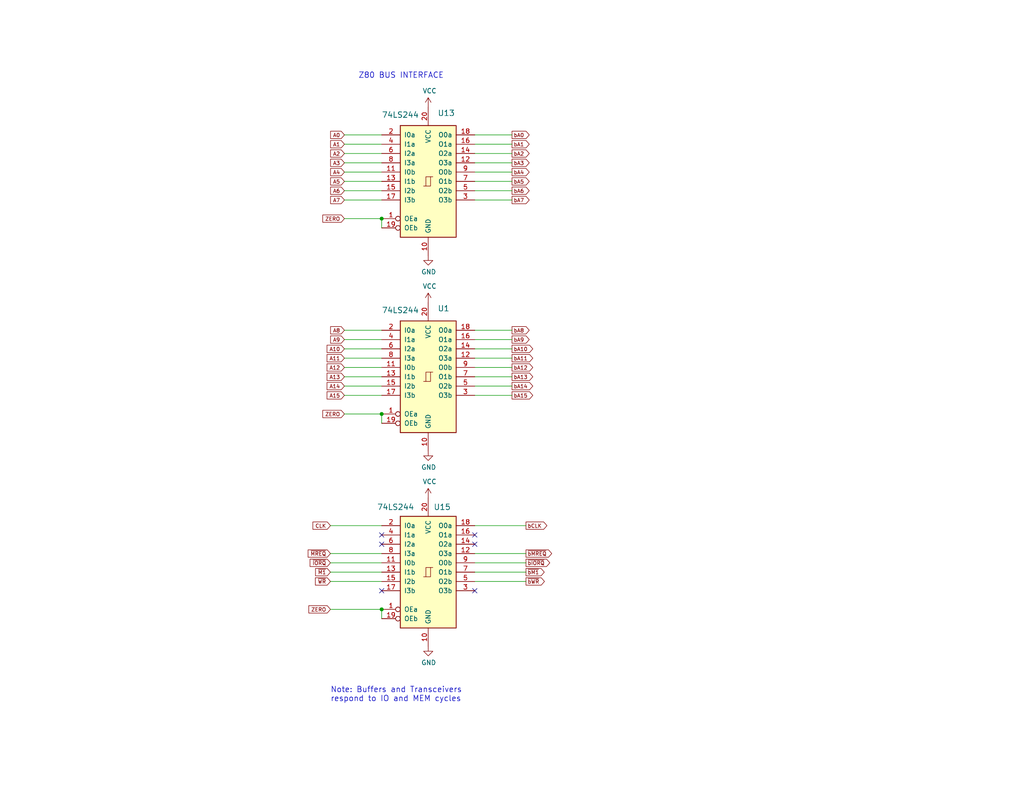
<source format=kicad_sch>
(kicad_sch (version 20230121) (generator eeschema)

  (uuid eb7a9e96-3742-4c33-b6de-b8f3021727b8)

  (paper "A")

  (lib_symbols
    (symbol "74xx:74LS244" (pin_names (offset 1.016)) (in_bom yes) (on_board yes)
      (property "Reference" "U" (at -7.62 16.51 0)
        (effects (font (size 1.27 1.27)))
      )
      (property "Value" "74LS244" (at -7.62 -16.51 0)
        (effects (font (size 1.27 1.27)))
      )
      (property "Footprint" "" (at 0 0 0)
        (effects (font (size 1.27 1.27)) hide)
      )
      (property "Datasheet" "http://www.ti.com/lit/ds/symlink/sn74ls244.pdf" (at 0 0 0)
        (effects (font (size 1.27 1.27)) hide)
      )
      (property "ki_keywords" "7400 logic ttl low power schottky" (at 0 0 0)
        (effects (font (size 1.27 1.27)) hide)
      )
      (property "ki_description" "Octal Buffer and Line Driver With 3-State Output, active-low enables, non-inverting outputs" (at 0 0 0)
        (effects (font (size 1.27 1.27)) hide)
      )
      (property "ki_fp_filters" "DIP?20*" (at 0 0 0)
        (effects (font (size 1.27 1.27)) hide)
      )
      (symbol "74LS244_1_0"
        (polyline
          (pts
            (xy -0.635 -1.27)
            (xy -0.635 1.27)
            (xy 0.635 1.27)
          )
          (stroke (width 0) (type default))
          (fill (type none))
        )
        (polyline
          (pts
            (xy -1.27 -1.27)
            (xy 0.635 -1.27)
            (xy 0.635 1.27)
            (xy 1.27 1.27)
          )
          (stroke (width 0) (type default))
          (fill (type none))
        )
        (pin input inverted (at -12.7 -10.16 0) (length 5.08)
          (name "OEa" (effects (font (size 1.27 1.27))))
          (number "1" (effects (font (size 1.27 1.27))))
        )
        (pin power_in line (at 0 -20.32 90) (length 5.08)
          (name "GND" (effects (font (size 1.27 1.27))))
          (number "10" (effects (font (size 1.27 1.27))))
        )
        (pin input line (at -12.7 2.54 0) (length 5.08)
          (name "I0b" (effects (font (size 1.27 1.27))))
          (number "11" (effects (font (size 1.27 1.27))))
        )
        (pin tri_state line (at 12.7 5.08 180) (length 5.08)
          (name "O3a" (effects (font (size 1.27 1.27))))
          (number "12" (effects (font (size 1.27 1.27))))
        )
        (pin input line (at -12.7 0 0) (length 5.08)
          (name "I1b" (effects (font (size 1.27 1.27))))
          (number "13" (effects (font (size 1.27 1.27))))
        )
        (pin tri_state line (at 12.7 7.62 180) (length 5.08)
          (name "O2a" (effects (font (size 1.27 1.27))))
          (number "14" (effects (font (size 1.27 1.27))))
        )
        (pin input line (at -12.7 -2.54 0) (length 5.08)
          (name "I2b" (effects (font (size 1.27 1.27))))
          (number "15" (effects (font (size 1.27 1.27))))
        )
        (pin tri_state line (at 12.7 10.16 180) (length 5.08)
          (name "O1a" (effects (font (size 1.27 1.27))))
          (number "16" (effects (font (size 1.27 1.27))))
        )
        (pin input line (at -12.7 -5.08 0) (length 5.08)
          (name "I3b" (effects (font (size 1.27 1.27))))
          (number "17" (effects (font (size 1.27 1.27))))
        )
        (pin tri_state line (at 12.7 12.7 180) (length 5.08)
          (name "O0a" (effects (font (size 1.27 1.27))))
          (number "18" (effects (font (size 1.27 1.27))))
        )
        (pin input inverted (at -12.7 -12.7 0) (length 5.08)
          (name "OEb" (effects (font (size 1.27 1.27))))
          (number "19" (effects (font (size 1.27 1.27))))
        )
        (pin input line (at -12.7 12.7 0) (length 5.08)
          (name "I0a" (effects (font (size 1.27 1.27))))
          (number "2" (effects (font (size 1.27 1.27))))
        )
        (pin power_in line (at 0 20.32 270) (length 5.08)
          (name "VCC" (effects (font (size 1.27 1.27))))
          (number "20" (effects (font (size 1.27 1.27))))
        )
        (pin tri_state line (at 12.7 -5.08 180) (length 5.08)
          (name "O3b" (effects (font (size 1.27 1.27))))
          (number "3" (effects (font (size 1.27 1.27))))
        )
        (pin input line (at -12.7 10.16 0) (length 5.08)
          (name "I1a" (effects (font (size 1.27 1.27))))
          (number "4" (effects (font (size 1.27 1.27))))
        )
        (pin tri_state line (at 12.7 -2.54 180) (length 5.08)
          (name "O2b" (effects (font (size 1.27 1.27))))
          (number "5" (effects (font (size 1.27 1.27))))
        )
        (pin input line (at -12.7 7.62 0) (length 5.08)
          (name "I2a" (effects (font (size 1.27 1.27))))
          (number "6" (effects (font (size 1.27 1.27))))
        )
        (pin tri_state line (at 12.7 0 180) (length 5.08)
          (name "O1b" (effects (font (size 1.27 1.27))))
          (number "7" (effects (font (size 1.27 1.27))))
        )
        (pin input line (at -12.7 5.08 0) (length 5.08)
          (name "I3a" (effects (font (size 1.27 1.27))))
          (number "8" (effects (font (size 1.27 1.27))))
        )
        (pin tri_state line (at 12.7 2.54 180) (length 5.08)
          (name "O0b" (effects (font (size 1.27 1.27))))
          (number "9" (effects (font (size 1.27 1.27))))
        )
      )
      (symbol "74LS244_1_1"
        (rectangle (start -7.62 15.24) (end 7.62 -15.24)
          (stroke (width 0.254) (type default))
          (fill (type background))
        )
      )
    )
    (symbol "power:GND" (power) (pin_names (offset 0)) (in_bom yes) (on_board yes)
      (property "Reference" "#PWR" (at 0 -6.35 0)
        (effects (font (size 1.27 1.27)) hide)
      )
      (property "Value" "GND" (at 0 -3.81 0)
        (effects (font (size 1.27 1.27)))
      )
      (property "Footprint" "" (at 0 0 0)
        (effects (font (size 1.27 1.27)) hide)
      )
      (property "Datasheet" "" (at 0 0 0)
        (effects (font (size 1.27 1.27)) hide)
      )
      (property "ki_keywords" "global power" (at 0 0 0)
        (effects (font (size 1.27 1.27)) hide)
      )
      (property "ki_description" "Power symbol creates a global label with name \"GND\" , ground" (at 0 0 0)
        (effects (font (size 1.27 1.27)) hide)
      )
      (symbol "GND_0_1"
        (polyline
          (pts
            (xy 0 0)
            (xy 0 -1.27)
            (xy 1.27 -1.27)
            (xy 0 -2.54)
            (xy -1.27 -1.27)
            (xy 0 -1.27)
          )
          (stroke (width 0) (type default))
          (fill (type none))
        )
      )
      (symbol "GND_1_1"
        (pin power_in line (at 0 0 270) (length 0) hide
          (name "GND" (effects (font (size 1.27 1.27))))
          (number "1" (effects (font (size 1.27 1.27))))
        )
      )
    )
    (symbol "power:VCC" (power) (pin_names (offset 0)) (in_bom yes) (on_board yes)
      (property "Reference" "#PWR" (at 0 -3.81 0)
        (effects (font (size 1.27 1.27)) hide)
      )
      (property "Value" "VCC" (at 0 3.81 0)
        (effects (font (size 1.27 1.27)))
      )
      (property "Footprint" "" (at 0 0 0)
        (effects (font (size 1.27 1.27)) hide)
      )
      (property "Datasheet" "" (at 0 0 0)
        (effects (font (size 1.27 1.27)) hide)
      )
      (property "ki_keywords" "global power" (at 0 0 0)
        (effects (font (size 1.27 1.27)) hide)
      )
      (property "ki_description" "Power symbol creates a global label with name \"VCC\"" (at 0 0 0)
        (effects (font (size 1.27 1.27)) hide)
      )
      (symbol "VCC_0_1"
        (polyline
          (pts
            (xy -0.762 1.27)
            (xy 0 2.54)
          )
          (stroke (width 0) (type default))
          (fill (type none))
        )
        (polyline
          (pts
            (xy 0 0)
            (xy 0 2.54)
          )
          (stroke (width 0) (type default))
          (fill (type none))
        )
        (polyline
          (pts
            (xy 0 2.54)
            (xy 0.762 1.27)
          )
          (stroke (width 0) (type default))
          (fill (type none))
        )
      )
      (symbol "VCC_1_1"
        (pin power_in line (at 0 0 90) (length 0) hide
          (name "VCC" (effects (font (size 1.27 1.27))))
          (number "1" (effects (font (size 1.27 1.27))))
        )
      )
    )
  )

  (junction (at 104.14 166.37) (diameter 0) (color 0 0 0 0)
    (uuid 29b187d6-4fd9-483f-8890-e7865d9ef3e4)
  )
  (junction (at 104.14 113.03) (diameter 0) (color 0 0 0 0)
    (uuid baba56c7-610a-4892-b2d8-2332b5356b3b)
  )
  (junction (at 104.14 59.69) (diameter 0) (color 0 0 0 0)
    (uuid c7951493-d513-45db-bbdc-199f8d55a96e)
  )

  (no_connect (at 104.14 161.29) (uuid 3475b172-1b8a-4cb0-aab3-15d3d12f3480))
  (no_connect (at 104.14 148.59) (uuid 38107915-e651-4830-bcf2-87e04a917164))
  (no_connect (at 104.14 146.05) (uuid 540cf6bd-53f4-4972-a6c2-271e185f72f1))
  (no_connect (at 129.54 146.05) (uuid 92930b92-898c-4ee8-950b-84a3fc760120))
  (no_connect (at 129.54 148.59) (uuid c51c5719-923b-4612-b409-7bead3212821))
  (no_connect (at 129.54 161.29) (uuid f7c26664-3276-4064-8d1f-978c77574144))

  (wire (pts (xy 129.54 100.33) (xy 139.7 100.33))
    (stroke (width 0) (type default))
    (uuid 0794a79b-d83a-4ff9-802a-1aad61546c16)
  )
  (wire (pts (xy 129.54 105.41) (xy 139.7 105.41))
    (stroke (width 0) (type default))
    (uuid 08e2507e-628f-46c2-aca3-42aa5622f7d4)
  )
  (wire (pts (xy 129.54 46.99) (xy 139.7 46.99))
    (stroke (width 0) (type default))
    (uuid 0db3db69-3185-419f-af9e-c310fd80abd8)
  )
  (wire (pts (xy 129.54 153.67) (xy 143.51 153.67))
    (stroke (width 0) (type default))
    (uuid 0dcbf54d-036a-4e70-a71a-3226ef0176cd)
  )
  (wire (pts (xy 129.54 92.71) (xy 139.7 92.71))
    (stroke (width 0) (type default))
    (uuid 1019f02e-61c0-4917-af57-8bb9db3c6d01)
  )
  (wire (pts (xy 129.54 52.07) (xy 139.7 52.07))
    (stroke (width 0) (type default))
    (uuid 17c00c68-47ca-4b9e-b8c8-bad963900102)
  )
  (wire (pts (xy 104.14 166.37) (xy 104.14 168.91))
    (stroke (width 0) (type default))
    (uuid 1cd81a53-61eb-4528-a98b-8a039f0e7126)
  )
  (wire (pts (xy 90.17 156.21) (xy 104.14 156.21))
    (stroke (width 0) (type default))
    (uuid 32e76e09-b94e-4e13-94fc-bed4d18f5885)
  )
  (wire (pts (xy 90.17 151.13) (xy 104.14 151.13))
    (stroke (width 0) (type default))
    (uuid 346c9713-e3fb-4bf1-b48e-005d7a9df279)
  )
  (wire (pts (xy 93.98 49.53) (xy 104.14 49.53))
    (stroke (width 0) (type default))
    (uuid 3b31e556-1e89-4873-8a93-ccf3bb3dc0c0)
  )
  (wire (pts (xy 93.98 39.37) (xy 104.14 39.37))
    (stroke (width 0) (type default))
    (uuid 44ef5722-a1dd-4384-83c5-70ee83ef2343)
  )
  (wire (pts (xy 129.54 54.61) (xy 139.7 54.61))
    (stroke (width 0) (type default))
    (uuid 46f42115-cdbd-4b76-88c6-c59054185f14)
  )
  (wire (pts (xy 104.14 115.57) (xy 104.14 113.03))
    (stroke (width 0) (type default))
    (uuid 4821b368-6a4b-4b5f-9283-be7fc6d12b4e)
  )
  (wire (pts (xy 129.54 143.51) (xy 143.51 143.51))
    (stroke (width 0) (type default))
    (uuid 4da54dee-0731-49ba-9dc7-0d236f390579)
  )
  (wire (pts (xy 93.98 105.41) (xy 104.14 105.41))
    (stroke (width 0) (type default))
    (uuid 5d03d0be-5eda-4d66-bf54-3079f574abb8)
  )
  (wire (pts (xy 93.98 52.07) (xy 104.14 52.07))
    (stroke (width 0) (type default))
    (uuid 5e0b4e61-2895-4653-ab41-562ca1ebf34a)
  )
  (wire (pts (xy 93.98 54.61) (xy 104.14 54.61))
    (stroke (width 0) (type default))
    (uuid 605d17c4-83d0-42d2-bf5e-73af8adbeb37)
  )
  (wire (pts (xy 129.54 36.83) (xy 139.7 36.83))
    (stroke (width 0) (type default))
    (uuid 6f970f88-3f4b-44d4-8f1e-e6f1b34be327)
  )
  (wire (pts (xy 129.54 151.13) (xy 143.51 151.13))
    (stroke (width 0) (type default))
    (uuid 6fdd4600-4194-49ca-917c-d232184ec8c6)
  )
  (wire (pts (xy 129.54 97.79) (xy 139.7 97.79))
    (stroke (width 0) (type default))
    (uuid 76d30c23-6f17-45e4-ab1f-a8100ccb3ad7)
  )
  (wire (pts (xy 90.17 153.67) (xy 104.14 153.67))
    (stroke (width 0) (type default))
    (uuid 78058e20-609d-433d-bc86-28e606002bb4)
  )
  (wire (pts (xy 93.98 41.91) (xy 104.14 41.91))
    (stroke (width 0) (type default))
    (uuid 857e7bce-30b6-4921-aefb-c1dab57b122b)
  )
  (wire (pts (xy 93.98 36.83) (xy 104.14 36.83))
    (stroke (width 0) (type default))
    (uuid 89487b94-58bc-4329-8302-326f55b2798e)
  )
  (wire (pts (xy 93.98 102.87) (xy 104.14 102.87))
    (stroke (width 0) (type default))
    (uuid 8a8e28e5-243e-460c-84c9-5f23e3b91c38)
  )
  (wire (pts (xy 93.98 44.45) (xy 104.14 44.45))
    (stroke (width 0) (type default))
    (uuid 8ca1192c-817a-4871-84ca-e095803d6558)
  )
  (wire (pts (xy 129.54 102.87) (xy 139.7 102.87))
    (stroke (width 0) (type default))
    (uuid 98fc744e-4ca2-42fa-82b5-5478108720c3)
  )
  (wire (pts (xy 93.98 113.03) (xy 104.14 113.03))
    (stroke (width 0) (type default))
    (uuid 991f45c8-96e8-4156-abcf-0e193edaf7ef)
  )
  (wire (pts (xy 129.54 95.25) (xy 139.7 95.25))
    (stroke (width 0) (type default))
    (uuid a131aab5-0e04-4d81-8107-06ad1dcc906b)
  )
  (wire (pts (xy 90.17 158.75) (xy 104.14 158.75))
    (stroke (width 0) (type default))
    (uuid a3732d06-d419-419a-8e82-ad2ad9cce935)
  )
  (wire (pts (xy 93.98 107.95) (xy 104.14 107.95))
    (stroke (width 0) (type default))
    (uuid a63b07e3-07d5-4793-ab28-9c2f35f32220)
  )
  (wire (pts (xy 93.98 97.79) (xy 104.14 97.79))
    (stroke (width 0) (type default))
    (uuid a704df01-bd34-4526-a7d9-e27ff4814359)
  )
  (wire (pts (xy 90.17 166.37) (xy 104.14 166.37))
    (stroke (width 0) (type default))
    (uuid a940c3d8-0452-48e4-a1bf-244a2aacddb1)
  )
  (wire (pts (xy 129.54 41.91) (xy 139.7 41.91))
    (stroke (width 0) (type default))
    (uuid ba6e1cd8-c516-468a-a189-43ba30c84f5c)
  )
  (wire (pts (xy 129.54 90.17) (xy 139.7 90.17))
    (stroke (width 0) (type default))
    (uuid c3c8ec36-58a5-4b9d-814b-8b1613dda5bd)
  )
  (wire (pts (xy 129.54 158.75) (xy 143.51 158.75))
    (stroke (width 0) (type default))
    (uuid c79b590c-40cf-44f6-ac02-a9d658c890d2)
  )
  (wire (pts (xy 93.98 90.17) (xy 104.14 90.17))
    (stroke (width 0) (type default))
    (uuid cc67aecf-fd08-4478-a209-3f2e01df2cfa)
  )
  (wire (pts (xy 90.17 143.51) (xy 104.14 143.51))
    (stroke (width 0) (type default))
    (uuid cda56dbd-b24a-4b85-aac1-cc364d942dc1)
  )
  (wire (pts (xy 93.98 100.33) (xy 104.14 100.33))
    (stroke (width 0) (type default))
    (uuid cdf1505d-ec92-4f1c-be66-5a1af2d087dd)
  )
  (wire (pts (xy 93.98 46.99) (xy 104.14 46.99))
    (stroke (width 0) (type default))
    (uuid d0425f2f-5636-4b54-8bfe-d0eae4bbdcd2)
  )
  (wire (pts (xy 129.54 39.37) (xy 139.7 39.37))
    (stroke (width 0) (type default))
    (uuid d123ec5f-274a-4ef7-8b06-4f5c04097cc6)
  )
  (wire (pts (xy 104.14 62.23) (xy 104.14 59.69))
    (stroke (width 0) (type default))
    (uuid dfb9040c-7425-4b65-b244-fc4eb520f7bb)
  )
  (wire (pts (xy 93.98 59.69) (xy 104.14 59.69))
    (stroke (width 0) (type default))
    (uuid e217e713-14bc-4232-a89d-ca06a1733369)
  )
  (wire (pts (xy 129.54 49.53) (xy 139.7 49.53))
    (stroke (width 0) (type default))
    (uuid e413d02a-5cdf-4842-b5a1-494cc8c8141c)
  )
  (wire (pts (xy 129.54 44.45) (xy 139.7 44.45))
    (stroke (width 0) (type default))
    (uuid ea58d4bb-6600-41ce-bde9-44c5563522ea)
  )
  (wire (pts (xy 93.98 95.25) (xy 104.14 95.25))
    (stroke (width 0) (type default))
    (uuid eb0f57da-560e-4598-ad2b-7290ac7310e3)
  )
  (wire (pts (xy 129.54 156.21) (xy 143.51 156.21))
    (stroke (width 0) (type default))
    (uuid ef74bce4-61b7-438e-aa11-bb31a9a80b6c)
  )
  (wire (pts (xy 93.98 92.71) (xy 104.14 92.71))
    (stroke (width 0) (type default))
    (uuid f437df5e-3bd5-4ae2-b4e7-956812a02ae3)
  )
  (wire (pts (xy 129.54 107.95) (xy 139.7 107.95))
    (stroke (width 0) (type default))
    (uuid f9042887-f772-4fcb-b497-d95733efc361)
  )

  (text "Z80 BUS INTERFACE" (at 97.79 21.59 0)
    (effects (font (size 1.524 1.524)) (justify left bottom))
    (uuid 9c3c22fb-de6f-4d5a-81e1-49b32aec635a)
  )
  (text "Note: Buffers and Transceivers\nrespond to IO and MEM cycles"
    (at 90.17 191.77 0)
    (effects (font (size 1.524 1.524)) (justify left bottom))
    (uuid 9d8f8eb8-ceae-450d-9070-103275566d57)
  )

  (global_label "bA4" (shape output) (at 139.7 46.99 0) (fields_autoplaced)
    (effects (font (size 1.016 1.016)) (justify left))
    (uuid 02d70691-48a5-43b9-bb04-dfc2118e772d)
    (property "Intersheetrefs" "${INTERSHEET_REFS}" (at -63.5 -13.97 0)
      (effects (font (size 1.27 1.27)) hide)
    )
  )
  (global_label "~{bWR}" (shape output) (at 143.51 158.75 0) (fields_autoplaced)
    (effects (font (size 1.016 1.016)) (justify left))
    (uuid 1472b46f-9002-4a57-9715-7462693fed41)
    (property "Intersheetrefs" "${INTERSHEET_REFS}" (at -63.5 -13.97 0)
      (effects (font (size 1.27 1.27)) hide)
    )
  )
  (global_label "ZERO" (shape input) (at 93.98 113.03 180) (fields_autoplaced)
    (effects (font (size 1.016 1.016)) (justify right))
    (uuid 149dd3fd-bf4a-460b-a278-467dad2a612c)
    (property "Intersheetrefs" "${INTERSHEET_REFS}" (at -63.5 39.37 0)
      (effects (font (size 1.27 1.27)) hide)
    )
  )
  (global_label "bCLK" (shape output) (at 143.51 143.51 0) (fields_autoplaced)
    (effects (font (size 1.016 1.016)) (justify left))
    (uuid 18099880-1ae3-4996-9db2-f8319ba82070)
    (property "Intersheetrefs" "${INTERSHEET_REFS}" (at 149.085 143.51 0)
      (effects (font (size 1.27 1.27)) (justify left) hide)
    )
  )
  (global_label "bA11" (shape output) (at 139.7 97.79 0) (fields_autoplaced)
    (effects (font (size 1.016 1.016)) (justify left))
    (uuid 193dde9e-7651-4b2d-ba9b-a4f72f73adad)
    (property "Intersheetrefs" "${INTERSHEET_REFS}" (at 145.2846 97.7265 0)
      (effects (font (size 1.016 1.016)) (justify left) hide)
    )
  )
  (global_label "~{bIORQ}" (shape output) (at 143.51 153.67 0) (fields_autoplaced)
    (effects (font (size 1.016 1.016)) (justify left))
    (uuid 1b71590b-059f-4cd9-8249-4bdab13bd2e8)
    (property "Intersheetrefs" "${INTERSHEET_REFS}" (at -63.5 -13.97 0)
      (effects (font (size 1.27 1.27)) hide)
    )
  )
  (global_label "~{WR}" (shape input) (at 90.17 158.75 180) (fields_autoplaced)
    (effects (font (size 1.016 1.016)) (justify right))
    (uuid 1c6b0928-947c-4d4f-befb-8a71bcf23dfd)
    (property "Intersheetrefs" "${INTERSHEET_REFS}" (at -63.5 -13.97 0)
      (effects (font (size 1.27 1.27)) hide)
    )
  )
  (global_label "bA3" (shape output) (at 139.7 44.45 0) (fields_autoplaced)
    (effects (font (size 1.016 1.016)) (justify left))
    (uuid 204f2954-bc92-41e3-b171-cba21daa646e)
    (property "Intersheetrefs" "${INTERSHEET_REFS}" (at -63.5 -13.97 0)
      (effects (font (size 1.27 1.27)) hide)
    )
  )
  (global_label "ZERO" (shape input) (at 90.17 166.37 180) (fields_autoplaced)
    (effects (font (size 1.016 1.016)) (justify right))
    (uuid 22c055cd-4452-451a-9fe7-010f9ed3845d)
    (property "Intersheetrefs" "${INTERSHEET_REFS}" (at -63.5 -13.97 0)
      (effects (font (size 1.27 1.27)) hide)
    )
  )
  (global_label "A7" (shape input) (at 93.98 54.61 180) (fields_autoplaced)
    (effects (font (size 1.016 1.016)) (justify right))
    (uuid 2dd8a2e7-5664-48f1-9507-e8aa5772c452)
    (property "Intersheetrefs" "${INTERSHEET_REFS}" (at -63.5 -13.97 0)
      (effects (font (size 1.27 1.27)) hide)
    )
  )
  (global_label "A1" (shape input) (at 93.98 39.37 180) (fields_autoplaced)
    (effects (font (size 1.016 1.016)) (justify right))
    (uuid 2e98c78b-c3c0-44a5-bd97-a5089ed6ad9d)
    (property "Intersheetrefs" "${INTERSHEET_REFS}" (at -63.5 -13.97 0)
      (effects (font (size 1.27 1.27)) hide)
    )
  )
  (global_label "A8" (shape input) (at 93.98 90.17 180) (fields_autoplaced)
    (effects (font (size 1.016 1.016)) (justify right))
    (uuid 30fcfd33-8b44-400a-a7ed-81a3b027f277)
    (property "Intersheetrefs" "${INTERSHEET_REFS}" (at 90.2822 90.1065 0)
      (effects (font (size 1.016 1.016)) (justify right) hide)
    )
  )
  (global_label "ZERO" (shape input) (at 93.98 59.69 180) (fields_autoplaced)
    (effects (font (size 1.016 1.016)) (justify right))
    (uuid 37cfecac-e145-40bb-bc48-7c1c64eead54)
    (property "Intersheetrefs" "${INTERSHEET_REFS}" (at -63.5 -13.97 0)
      (effects (font (size 1.27 1.27)) hide)
    )
  )
  (global_label "~{IORQ}" (shape input) (at 90.17 153.67 180) (fields_autoplaced)
    (effects (font (size 1.016 1.016)) (justify right))
    (uuid 41fe5187-2fbf-4a83-b73e-b9ffb2a4f048)
    (property "Intersheetrefs" "${INTERSHEET_REFS}" (at -63.5 -13.97 0)
      (effects (font (size 1.27 1.27)) hide)
    )
  )
  (global_label "bA0" (shape output) (at 139.7 36.83 0) (fields_autoplaced)
    (effects (font (size 1.016 1.016)) (justify left))
    (uuid 44749ebf-bfc7-4a71-8c3c-cea9ce568b76)
    (property "Intersheetrefs" "${INTERSHEET_REFS}" (at -63.5 -13.97 0)
      (effects (font (size 1.27 1.27)) hide)
    )
  )
  (global_label "~{M1}" (shape input) (at 90.17 156.21 180) (fields_autoplaced)
    (effects (font (size 1.016 1.016)) (justify right))
    (uuid 5a898b92-aade-47af-8365-20a8d3c87c41)
    (property "Intersheetrefs" "${INTERSHEET_REFS}" (at -63.5 -13.97 0)
      (effects (font (size 1.27 1.27)) hide)
    )
  )
  (global_label "bA10" (shape output) (at 139.7 95.25 0) (fields_autoplaced)
    (effects (font (size 1.016 1.016)) (justify left))
    (uuid 5ccec27f-7326-4921-a758-a06fdfce7447)
    (property "Intersheetrefs" "${INTERSHEET_REFS}" (at 145.2846 95.1865 0)
      (effects (font (size 1.016 1.016)) (justify left) hide)
    )
  )
  (global_label "~{bMREQ}" (shape output) (at 143.51 151.13 0) (fields_autoplaced)
    (effects (font (size 1.016 1.016)) (justify left))
    (uuid 64705275-6a44-4a46-a222-a53248778e93)
    (property "Intersheetrefs" "${INTERSHEET_REFS}" (at 150.4493 151.1935 0)
      (effects (font (size 1.016 1.016)) (justify left) hide)
    )
  )
  (global_label "bA6" (shape output) (at 139.7 52.07 0) (fields_autoplaced)
    (effects (font (size 1.016 1.016)) (justify left))
    (uuid 6cc0098c-4844-4396-8c05-992f4707a04e)
    (property "Intersheetrefs" "${INTERSHEET_REFS}" (at -63.5 -13.97 0)
      (effects (font (size 1.27 1.27)) hide)
    )
  )
  (global_label "bA12" (shape output) (at 139.7 100.33 0) (fields_autoplaced)
    (effects (font (size 1.016 1.016)) (justify left))
    (uuid 762164c1-92f9-479c-8325-64935f9574e5)
    (property "Intersheetrefs" "${INTERSHEET_REFS}" (at 145.2846 100.2665 0)
      (effects (font (size 1.016 1.016)) (justify left) hide)
    )
  )
  (global_label "A2" (shape input) (at 93.98 41.91 180) (fields_autoplaced)
    (effects (font (size 1.016 1.016)) (justify right))
    (uuid 79076964-24a6-4984-823c-7744299136e0)
    (property "Intersheetrefs" "${INTERSHEET_REFS}" (at -63.5 -13.97 0)
      (effects (font (size 1.27 1.27)) hide)
    )
  )
  (global_label "bA9" (shape output) (at 139.7 92.71 0) (fields_autoplaced)
    (effects (font (size 1.016 1.016)) (justify left))
    (uuid 79861c5b-b467-4542-83d9-77eb827897dd)
    (property "Intersheetrefs" "${INTERSHEET_REFS}" (at 144.317 92.6465 0)
      (effects (font (size 1.016 1.016)) (justify left) hide)
    )
  )
  (global_label "A11" (shape input) (at 93.98 97.79 180) (fields_autoplaced)
    (effects (font (size 1.016 1.016)) (justify right))
    (uuid 79f24dbb-ba92-4960-9110-2845b49f3be7)
    (property "Intersheetrefs" "${INTERSHEET_REFS}" (at 89.3146 97.7265 0)
      (effects (font (size 1.016 1.016)) (justify right) hide)
    )
  )
  (global_label "A4" (shape input) (at 93.98 46.99 180) (fields_autoplaced)
    (effects (font (size 1.016 1.016)) (justify right))
    (uuid 81ec99be-f1c8-4ea9-a4dd-b6701ae559df)
    (property "Intersheetrefs" "${INTERSHEET_REFS}" (at -63.5 -13.97 0)
      (effects (font (size 1.27 1.27)) hide)
    )
  )
  (global_label "A15" (shape input) (at 93.98 107.95 180) (fields_autoplaced)
    (effects (font (size 1.016 1.016)) (justify right))
    (uuid 8609cc90-2fd5-428b-9d78-14a2c9f5cc85)
    (property "Intersheetrefs" "${INTERSHEET_REFS}" (at 89.3146 107.8865 0)
      (effects (font (size 1.016 1.016)) (justify right) hide)
    )
  )
  (global_label "A9" (shape input) (at 93.98 92.71 180) (fields_autoplaced)
    (effects (font (size 1.016 1.016)) (justify right))
    (uuid 9990674f-b35d-4487-89e9-4d09cccca0ef)
    (property "Intersheetrefs" "${INTERSHEET_REFS}" (at 90.2822 92.6465 0)
      (effects (font (size 1.016 1.016)) (justify right) hide)
    )
  )
  (global_label "bA2" (shape output) (at 139.7 41.91 0) (fields_autoplaced)
    (effects (font (size 1.016 1.016)) (justify left))
    (uuid 9fe94427-c836-4032-afee-5a6fff904cf9)
    (property "Intersheetrefs" "${INTERSHEET_REFS}" (at -63.5 -13.97 0)
      (effects (font (size 1.27 1.27)) hide)
    )
  )
  (global_label "bA1" (shape output) (at 139.7 39.37 0) (fields_autoplaced)
    (effects (font (size 1.016 1.016)) (justify left))
    (uuid a08ba537-bf42-4d45-b999-412fc5d3ac94)
    (property "Intersheetrefs" "${INTERSHEET_REFS}" (at -63.5 -13.97 0)
      (effects (font (size 1.27 1.27)) hide)
    )
  )
  (global_label "A14" (shape input) (at 93.98 105.41 180) (fields_autoplaced)
    (effects (font (size 1.016 1.016)) (justify right))
    (uuid a21d9ac2-bf0d-4cb7-8ebf-070fe9a2fd75)
    (property "Intersheetrefs" "${INTERSHEET_REFS}" (at 89.3146 105.3465 0)
      (effects (font (size 1.016 1.016)) (justify right) hide)
    )
  )
  (global_label "bA13" (shape output) (at 139.7 102.87 0) (fields_autoplaced)
    (effects (font (size 1.016 1.016)) (justify left))
    (uuid a76a907f-d229-4888-8d52-9b3cea1271d8)
    (property "Intersheetrefs" "${INTERSHEET_REFS}" (at 145.2846 102.8065 0)
      (effects (font (size 1.016 1.016)) (justify left) hide)
    )
  )
  (global_label "bA7" (shape output) (at 139.7 54.61 0) (fields_autoplaced)
    (effects (font (size 1.016 1.016)) (justify left))
    (uuid a9709f39-4fe4-4ad1-8a5e-627424d9e0ae)
    (property "Intersheetrefs" "${INTERSHEET_REFS}" (at -63.5 -13.97 0)
      (effects (font (size 1.27 1.27)) hide)
    )
  )
  (global_label "bA8" (shape output) (at 139.7 90.17 0) (fields_autoplaced)
    (effects (font (size 1.016 1.016)) (justify left))
    (uuid aeb8f452-a74d-46dd-854f-3b5785fd543e)
    (property "Intersheetrefs" "${INTERSHEET_REFS}" (at 144.317 90.1065 0)
      (effects (font (size 1.016 1.016)) (justify left) hide)
    )
  )
  (global_label "bA14" (shape output) (at 139.7 105.41 0) (fields_autoplaced)
    (effects (font (size 1.016 1.016)) (justify left))
    (uuid b784a993-e7e7-4b89-8360-606ae4c252f7)
    (property "Intersheetrefs" "${INTERSHEET_REFS}" (at 145.2846 105.3465 0)
      (effects (font (size 1.016 1.016)) (justify left) hide)
    )
  )
  (global_label "A3" (shape input) (at 93.98 44.45 180) (fields_autoplaced)
    (effects (font (size 1.016 1.016)) (justify right))
    (uuid c23490ea-59e6-4915-8a69-ab36c825a776)
    (property "Intersheetrefs" "${INTERSHEET_REFS}" (at -63.5 -13.97 0)
      (effects (font (size 1.27 1.27)) hide)
    )
  )
  (global_label "A12" (shape input) (at 93.98 100.33 180) (fields_autoplaced)
    (effects (font (size 1.016 1.016)) (justify right))
    (uuid d2ce2a7f-c60c-499a-9e1c-9aa2fc71eac6)
    (property "Intersheetrefs" "${INTERSHEET_REFS}" (at 89.3146 100.2665 0)
      (effects (font (size 1.016 1.016)) (justify right) hide)
    )
  )
  (global_label "A6" (shape input) (at 93.98 52.07 180) (fields_autoplaced)
    (effects (font (size 1.016 1.016)) (justify right))
    (uuid d3d72559-e7ed-4ed5-bf1e-1e4499b6d62e)
    (property "Intersheetrefs" "${INTERSHEET_REFS}" (at -63.5 -13.97 0)
      (effects (font (size 1.27 1.27)) hide)
    )
  )
  (global_label "~{bM1}" (shape output) (at 143.51 156.21 0) (fields_autoplaced)
    (effects (font (size 1.016 1.016)) (justify left))
    (uuid d7882e66-ed66-4a83-938c-a6affe2aedb4)
    (property "Intersheetrefs" "${INTERSHEET_REFS}" (at -63.5 -13.97 0)
      (effects (font (size 1.27 1.27)) hide)
    )
  )
  (global_label "A13" (shape input) (at 93.98 102.87 180) (fields_autoplaced)
    (effects (font (size 1.016 1.016)) (justify right))
    (uuid de3f1267-6acd-4649-a852-e62d368338bc)
    (property "Intersheetrefs" "${INTERSHEET_REFS}" (at 89.3146 102.8065 0)
      (effects (font (size 1.016 1.016)) (justify right) hide)
    )
  )
  (global_label "bA15" (shape output) (at 139.7 107.95 0) (fields_autoplaced)
    (effects (font (size 1.016 1.016)) (justify left))
    (uuid debf91bf-a87c-4634-b922-1a33f86899bb)
    (property "Intersheetrefs" "${INTERSHEET_REFS}" (at 145.2846 107.8865 0)
      (effects (font (size 1.016 1.016)) (justify left) hide)
    )
  )
  (global_label "~{MREQ}" (shape input) (at 90.17 151.13 180) (fields_autoplaced)
    (effects (font (size 1.016 1.016)) (justify right))
    (uuid e2bd9a58-01cb-4f85-b174-c7cb45248735)
    (property "Intersheetrefs" "${INTERSHEET_REFS}" (at 84.1499 151.0665 0)
      (effects (font (size 1.016 1.016)) (justify right) hide)
    )
  )
  (global_label "bA5" (shape output) (at 139.7 49.53 0) (fields_autoplaced)
    (effects (font (size 1.016 1.016)) (justify left))
    (uuid e9e223bf-7e48-40dd-85e8-78fe3c1ad47d)
    (property "Intersheetrefs" "${INTERSHEET_REFS}" (at -63.5 -13.97 0)
      (effects (font (size 1.27 1.27)) hide)
    )
  )
  (global_label "A5" (shape input) (at 93.98 49.53 180) (fields_autoplaced)
    (effects (font (size 1.016 1.016)) (justify right))
    (uuid ebb47b0d-983b-440a-8d25-b7a99d338e7d)
    (property "Intersheetrefs" "${INTERSHEET_REFS}" (at -63.5 -13.97 0)
      (effects (font (size 1.27 1.27)) hide)
    )
  )
  (global_label "CLK" (shape input) (at 90.17 143.51 180) (fields_autoplaced)
    (effects (font (size 1.016 1.016)) (justify right))
    (uuid fa146c25-98ff-4533-ae82-dc8d5562f9fc)
    (property "Intersheetrefs" "${INTERSHEET_REFS}" (at 85.4562 143.4465 0)
      (effects (font (size 1.016 1.016)) (justify right) hide)
    )
  )
  (global_label "A0" (shape input) (at 93.98 36.83 180) (fields_autoplaced)
    (effects (font (size 1.016 1.016)) (justify right))
    (uuid fa6ce3ab-a950-4608-bbbd-d2025c225fc3)
    (property "Intersheetrefs" "${INTERSHEET_REFS}" (at -63.5 -13.97 0)
      (effects (font (size 1.27 1.27)) hide)
    )
  )
  (global_label "A10" (shape input) (at 93.98 95.25 180) (fields_autoplaced)
    (effects (font (size 1.016 1.016)) (justify right))
    (uuid fb2df3e6-b375-40ee-9b1c-1eaedc56fa31)
    (property "Intersheetrefs" "${INTERSHEET_REFS}" (at 89.3146 95.1865 0)
      (effects (font (size 1.016 1.016)) (justify right) hide)
    )
  )

  (symbol (lib_id "power:VCC") (at 116.84 29.21 0) (unit 1)
    (in_bom yes) (on_board yes) (dnp no)
    (uuid 00000000-0000-0000-0000-000064eeb3c4)
    (property "Reference" "#PWR037" (at 116.84 33.02 0)
      (effects (font (size 1.27 1.27)) hide)
    )
    (property "Value" "VCC" (at 117.221 24.8158 0)
      (effects (font (size 1.27 1.27)))
    )
    (property "Footprint" "" (at 116.84 29.21 0)
      (effects (font (size 1.27 1.27)) hide)
    )
    (property "Datasheet" "" (at 116.84 29.21 0)
      (effects (font (size 1.27 1.27)) hide)
    )
    (pin "1" (uuid bd9eaff2-8e1b-4a0e-8ce6-2178d64b8345))
    (instances
      (project "input-output.MappedVideo"
        (path "/479bf443-b2c2-4e75-a1b6-3b5fe737a9e1/00000000-0000-0000-0000-0000644d9fc6"
          (reference "#PWR037") (unit 1)
        )
      )
    )
  )

  (symbol (lib_id "power:GND") (at 116.84 69.85 0) (unit 1)
    (in_bom yes) (on_board yes) (dnp no)
    (uuid 00000000-0000-0000-0000-000064eebc3f)
    (property "Reference" "#PWR038" (at 116.84 76.2 0)
      (effects (font (size 1.27 1.27)) hide)
    )
    (property "Value" "GND" (at 116.967 74.2442 0)
      (effects (font (size 1.27 1.27)))
    )
    (property "Footprint" "" (at 116.84 69.85 0)
      (effects (font (size 1.27 1.27)) hide)
    )
    (property "Datasheet" "" (at 116.84 69.85 0)
      (effects (font (size 1.27 1.27)) hide)
    )
    (pin "1" (uuid 9c562c31-9b8d-4ffa-8330-865ee24ba413))
    (instances
      (project "input-output.MappedVideo"
        (path "/479bf443-b2c2-4e75-a1b6-3b5fe737a9e1/00000000-0000-0000-0000-0000644d9fc6"
          (reference "#PWR038") (unit 1)
        )
      )
    )
  )

  (symbol (lib_id "power:VCC") (at 116.84 135.89 0) (unit 1)
    (in_bom yes) (on_board yes) (dnp no)
    (uuid 00000000-0000-0000-0000-000065a31167)
    (property "Reference" "#PWR041" (at 116.84 139.7 0)
      (effects (font (size 1.27 1.27)) hide)
    )
    (property "Value" "VCC" (at 117.221 131.4958 0)
      (effects (font (size 1.27 1.27)))
    )
    (property "Footprint" "" (at 116.84 135.89 0)
      (effects (font (size 1.27 1.27)) hide)
    )
    (property "Datasheet" "" (at 116.84 135.89 0)
      (effects (font (size 1.27 1.27)) hide)
    )
    (pin "1" (uuid 79d371e7-b0ee-47fd-9089-841b25075aaa))
    (instances
      (project "input-output.MappedVideo"
        (path "/479bf443-b2c2-4e75-a1b6-3b5fe737a9e1/00000000-0000-0000-0000-0000644d9fc6"
          (reference "#PWR041") (unit 1)
        )
      )
    )
  )

  (symbol (lib_id "power:GND") (at 116.84 176.53 0) (unit 1)
    (in_bom yes) (on_board yes) (dnp no)
    (uuid 00000000-0000-0000-0000-0000676b460a)
    (property "Reference" "#PWR042" (at 116.84 182.88 0)
      (effects (font (size 1.27 1.27)) hide)
    )
    (property "Value" "GND" (at 116.967 180.9242 0)
      (effects (font (size 1.27 1.27)))
    )
    (property "Footprint" "" (at 116.84 176.53 0)
      (effects (font (size 1.27 1.27)) hide)
    )
    (property "Datasheet" "" (at 116.84 176.53 0)
      (effects (font (size 1.27 1.27)) hide)
    )
    (pin "1" (uuid 3bd0de53-a726-4625-b327-7b61c93c82a9))
    (instances
      (project "input-output.MappedVideo"
        (path "/479bf443-b2c2-4e75-a1b6-3b5fe737a9e1/00000000-0000-0000-0000-0000644d9fc6"
          (reference "#PWR042") (unit 1)
        )
      )
    )
  )

  (symbol (lib_id "74xx:74LS244") (at 116.84 156.21 0) (unit 1)
    (in_bom yes) (on_board yes) (dnp no)
    (uuid 00000000-0000-0000-0000-0000676b4612)
    (property "Reference" "U15" (at 120.65 138.43 0)
      (effects (font (size 1.524 1.524)))
    )
    (property "Value" "74LS244" (at 107.95 138.43 0)
      (effects (font (size 1.524 1.524)))
    )
    (property "Footprint" "Package_DIP:DIP-20_W7.62mm" (at 116.84 156.21 0)
      (effects (font (size 1.524 1.524)) hide)
    )
    (property "Datasheet" "http://www.ti.com/lit/ds/symlink/sn74ls244.pdf" (at 116.84 156.21 0)
      (effects (font (size 1.524 1.524)) hide)
    )
    (pin "1" (uuid 326679d1-e3d4-46ec-88cc-9633eb008404))
    (pin "10" (uuid 215a65ef-e4eb-40a9-80f9-714734104b9d))
    (pin "11" (uuid cf5b027a-bf8e-4a4d-b5d3-b9492c6dd11a))
    (pin "12" (uuid 88d5894d-f6f5-491d-81f4-55e86c1025f2))
    (pin "13" (uuid 4c8e4d2a-aa9a-4832-8e7c-7dbde42b6a0c))
    (pin "14" (uuid a7d65724-2c31-4e00-9ca1-c55b4e13b8c2))
    (pin "15" (uuid 730080a9-d260-4095-aee5-e4d53fcb8fcd))
    (pin "16" (uuid 7416f710-755d-4a99-8800-b1ff102c0de3))
    (pin "17" (uuid b9b89f8e-28d2-4005-a17f-28a217cb5e76))
    (pin "18" (uuid 745fab97-f4fc-4b47-870d-8549389d7d8d))
    (pin "19" (uuid 6699cfbd-150f-4542-8d35-39316b00632e))
    (pin "2" (uuid 537144da-fed6-4d5f-bb9b-d829a76eeb2b))
    (pin "20" (uuid 38117e10-eb05-4882-a467-6ea3918d77cc))
    (pin "3" (uuid 3f53d3b3-e5e4-4a58-a67b-a4a1904fe220))
    (pin "4" (uuid 4d2099d0-0c64-4e05-8f8b-1ca9d72f957f))
    (pin "5" (uuid 4e3b6d84-75ec-46d0-b20e-96b4aad03d7c))
    (pin "6" (uuid b454c4b3-ef3d-42c1-a84a-9b8bd7b8d0d3))
    (pin "7" (uuid 0c65d80e-efdd-49b2-bf69-e8abc22248e8))
    (pin "8" (uuid c64a0977-dc4c-4bfa-9b6a-02cf95045e67))
    (pin "9" (uuid 2f71c862-c9ec-47e9-8a36-aee03c27a771))
    (instances
      (project "input-output.MappedVideo"
        (path "/479bf443-b2c2-4e75-a1b6-3b5fe737a9e1/00000000-0000-0000-0000-0000644d9fc6"
          (reference "U15") (unit 1)
        )
      )
    )
  )

  (symbol (lib_id "74xx:74LS244") (at 116.84 49.53 0) (unit 1)
    (in_bom yes) (on_board yes) (dnp no)
    (uuid 00000000-0000-0000-0000-0000699b53ab)
    (property "Reference" "U13" (at 119.38 31.75 0)
      (effects (font (size 1.524 1.524)) (justify left bottom))
    )
    (property "Value" "74LS244" (at 104.14 30.48 0)
      (effects (font (size 1.524 1.524)) (justify left top))
    )
    (property "Footprint" "Package_DIP:DIP-20_W7.62mm" (at 116.84 49.53 0)
      (effects (font (size 1.524 1.524)) hide)
    )
    (property "Datasheet" "http://www.ti.com/lit/ds/symlink/sn74ls244.pdf" (at 116.84 49.53 0)
      (effects (font (size 1.524 1.524)) hide)
    )
    (pin "1" (uuid ca8fd699-f90e-4b25-9686-360524307bc1))
    (pin "10" (uuid 2f022053-e397-4604-9c5d-636eda8f0f93))
    (pin "11" (uuid a09dec19-9b5f-4ab2-a65a-28e8ac2643fd))
    (pin "12" (uuid 3cc29577-55c2-41be-8fdb-c0aadc426023))
    (pin "13" (uuid 7d29da0b-e947-41e9-a5fc-a156b3550b37))
    (pin "14" (uuid 2ed2e0d6-5276-4915-bf43-23f6d80374ac))
    (pin "15" (uuid 7ccb4643-bc90-4b15-8613-54545a60d5c8))
    (pin "16" (uuid bd9e8ef6-bdc5-419b-9db7-1bc96d6317a2))
    (pin "17" (uuid a560dc8e-d57c-4df2-9bf9-386b4c4093c6))
    (pin "18" (uuid 39dda385-fb84-4a60-84d5-93b2f48be280))
    (pin "19" (uuid f1239a83-0210-49fd-a7dd-68fcf94e062b))
    (pin "2" (uuid d6e8545b-a6e7-47e8-b809-630416d1e15b))
    (pin "20" (uuid 7a7c55cb-f682-4674-9660-194b31c10f9b))
    (pin "3" (uuid 7bb4b694-4728-4800-a005-033711bc6252))
    (pin "4" (uuid 92eb810e-bdb1-4771-a471-2dbc3d215bde))
    (pin "5" (uuid 44689db6-a38b-4a41-87cb-492a658cacf6))
    (pin "6" (uuid c789167d-95b7-44f8-9c65-f1b1d1706e95))
    (pin "7" (uuid 28371245-0224-4709-a985-57c10c3dcb37))
    (pin "8" (uuid cda313a8-1729-4237-a38c-eb7b7ccda27e))
    (pin "9" (uuid 0311f821-73cd-435e-b24f-8bb61dd1fdc7))
    (instances
      (project "input-output.MappedVideo"
        (path "/479bf443-b2c2-4e75-a1b6-3b5fe737a9e1/00000000-0000-0000-0000-0000644d9fc6"
          (reference "U13") (unit 1)
        )
      )
    )
  )

  (symbol (lib_id "74xx:74LS244") (at 116.84 102.87 0) (unit 1)
    (in_bom yes) (on_board yes) (dnp no)
    (uuid bf7e06f7-f7ef-45db-b14e-d44ad4a91d08)
    (property "Reference" "U1" (at 119.38 85.09 0)
      (effects (font (size 1.524 1.524)) (justify left bottom))
    )
    (property "Value" "74LS244" (at 104.14 83.82 0)
      (effects (font (size 1.524 1.524)) (justify left top))
    )
    (property "Footprint" "Package_DIP:DIP-20_W7.62mm" (at 116.84 102.87 0)
      (effects (font (size 1.524 1.524)) hide)
    )
    (property "Datasheet" "http://www.ti.com/lit/ds/symlink/sn74ls244.pdf" (at 116.84 102.87 0)
      (effects (font (size 1.524 1.524)) hide)
    )
    (pin "1" (uuid 7ecf9fee-1a02-4aa9-a01d-d5184f57bbbc))
    (pin "10" (uuid 139dba49-e1f1-4f3f-a192-c3901684ecd8))
    (pin "11" (uuid 2620dedd-9e9c-4ab2-8580-1d755d9eed5e))
    (pin "12" (uuid 57fbbdd3-e167-49a6-8851-a68c9d38e01f))
    (pin "13" (uuid 8b90b702-0a73-43a0-9708-c6c2142df63a))
    (pin "14" (uuid 824c24fa-cd1f-44a6-a56e-abdf8e0b4617))
    (pin "15" (uuid e8696527-8896-4e77-9c76-7707e8936748))
    (pin "16" (uuid ac6e9129-8141-45ae-806f-880bd353d434))
    (pin "17" (uuid e2d22491-e1fe-480a-927f-8e6454f301d8))
    (pin "18" (uuid 9e6fdc25-b2b5-4567-9d9f-1d4ebf2ef221))
    (pin "19" (uuid 48032d91-b205-4dcb-ad70-e10d0718abd8))
    (pin "2" (uuid 24c99ede-fa2f-4c8e-b010-10916dea709a))
    (pin "20" (uuid 05464d3b-624d-4ea3-bd2f-7ad14b2e1a9d))
    (pin "3" (uuid ab0fb60c-01c6-4142-9801-08777f5e41e8))
    (pin "4" (uuid 6670fe81-40b2-400c-8d6f-47c2d513a4ec))
    (pin "5" (uuid 892cc2a1-c499-4d5e-ba4e-daef0d43a91e))
    (pin "6" (uuid 3a4ec307-bdef-41f8-b322-d5dfbfbc2c0e))
    (pin "7" (uuid c042d46b-8145-4cd5-bab3-cf31e8b6f44a))
    (pin "8" (uuid a6e7a1ac-c40d-45a2-a671-9da4ad3d05a8))
    (pin "9" (uuid b2c1e35a-2144-472c-8a78-41d9b46d0f8c))
    (instances
      (project "input-output.MappedVideo"
        (path "/479bf443-b2c2-4e75-a1b6-3b5fe737a9e1/00000000-0000-0000-0000-0000644d9fc6"
          (reference "U1") (unit 1)
        )
      )
    )
  )

  (symbol (lib_id "power:GND") (at 116.84 123.19 0) (unit 1)
    (in_bom yes) (on_board yes) (dnp no)
    (uuid e001d10e-2c83-4f39-a061-250de8646967)
    (property "Reference" "#PWR0103" (at 116.84 129.54 0)
      (effects (font (size 1.27 1.27)) hide)
    )
    (property "Value" "GND" (at 116.967 127.5842 0)
      (effects (font (size 1.27 1.27)))
    )
    (property "Footprint" "" (at 116.84 123.19 0)
      (effects (font (size 1.27 1.27)) hide)
    )
    (property "Datasheet" "" (at 116.84 123.19 0)
      (effects (font (size 1.27 1.27)) hide)
    )
    (pin "1" (uuid dc58aae2-64cb-41cf-b9c4-0d393ffe49f0))
    (instances
      (project "input-output.MappedVideo"
        (path "/479bf443-b2c2-4e75-a1b6-3b5fe737a9e1/00000000-0000-0000-0000-0000644d9fc6"
          (reference "#PWR0103") (unit 1)
        )
      )
    )
  )

  (symbol (lib_id "power:VCC") (at 116.84 82.55 0) (unit 1)
    (in_bom yes) (on_board yes) (dnp no)
    (uuid f7053956-998b-424e-906a-622dbcf947e2)
    (property "Reference" "#PWR0104" (at 116.84 86.36 0)
      (effects (font (size 1.27 1.27)) hide)
    )
    (property "Value" "VCC" (at 117.221 78.1558 0)
      (effects (font (size 1.27 1.27)))
    )
    (property "Footprint" "" (at 116.84 82.55 0)
      (effects (font (size 1.27 1.27)) hide)
    )
    (property "Datasheet" "" (at 116.84 82.55 0)
      (effects (font (size 1.27 1.27)) hide)
    )
    (pin "1" (uuid 0488955f-dcfe-4371-ba3f-1b3fbe530dd1))
    (instances
      (project "input-output.MappedVideo"
        (path "/479bf443-b2c2-4e75-a1b6-3b5fe737a9e1/00000000-0000-0000-0000-0000644d9fc6"
          (reference "#PWR0104") (unit 1)
        )
      )
    )
  )
)

</source>
